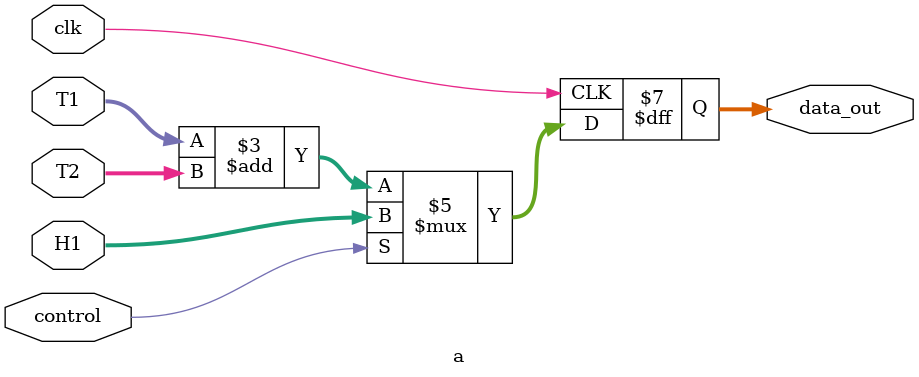
<source format=v>
`timescale 1ns / 1ps
module a(data_out,clk,control,H1,T1,T2);
output reg [31:0] data_out;
input control, clk;
input [31:0] H1,T1,T2;
	
always @ (posedge clk)
	begin
		if (control == 1)				//we are initializing from the intermediate hash value when counter = 0
			data_out = H1;				//update value of a 
		else
			data_out = T1 + T2;
	end
	

endmodule

</source>
